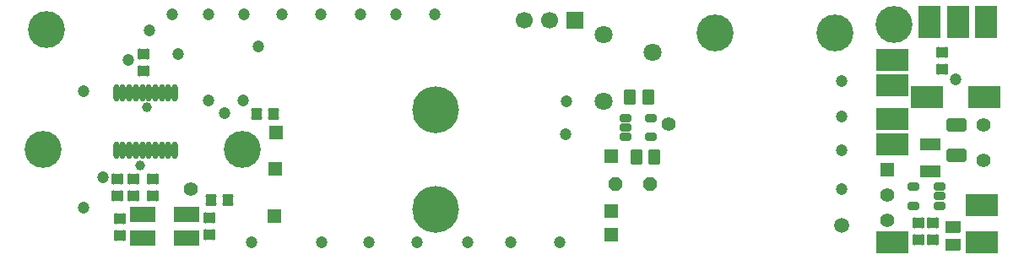
<source format=gbs>
G04 Layer_Color=16711935*
%FSLAX42Y42*%
%MOMM*%
G71*
G01*
G75*
G04:AMPARAMS|DCode=40|XSize=1.2mm|YSize=1.1mm|CornerRadius=0.21mm|HoleSize=0mm|Usage=FLASHONLY|Rotation=90.000|XOffset=0mm|YOffset=0mm|HoleType=Round|Shape=RoundedRectangle|*
%AMROUNDEDRECTD40*
21,1,1.20,0.68,0,0,90.0*
21,1,0.78,1.10,0,0,90.0*
1,1,0.43,0.34,0.39*
1,1,0.43,0.34,-0.39*
1,1,0.43,-0.34,-0.39*
1,1,0.43,-0.34,0.39*
%
%ADD40ROUNDEDRECTD40*%
%ADD41R,3.20X2.20*%
%ADD44R,1.40X1.40*%
%ADD45C,4.70*%
%ADD46C,3.70*%
%ADD47P,1.52X8X22.5*%
%ADD48C,1.80*%
%ADD49C,1.70*%
%ADD50R,1.70X1.70*%
%ADD51C,1.40*%
%ADD52C,1.73*%
%ADD53C,1.20*%
%ADD54C,1.50*%
%ADD55C,1.00*%
G04:AMPARAMS|DCode=56|XSize=1.2mm|YSize=1.1mm|CornerRadius=0.21mm|HoleSize=0mm|Usage=FLASHONLY|Rotation=0.000|XOffset=0mm|YOffset=0mm|HoleType=Round|Shape=RoundedRectangle|*
%AMROUNDEDRECTD56*
21,1,1.20,0.68,0,0,0.0*
21,1,0.78,1.10,0,0,0.0*
1,1,0.43,0.39,-0.34*
1,1,0.43,-0.39,-0.34*
1,1,0.43,-0.39,0.34*
1,1,0.43,0.39,0.34*
%
%ADD56ROUNDEDRECTD56*%
%ADD57R,2.60X1.50*%
G04:AMPARAMS|DCode=58|XSize=1.6mm|YSize=1.2mm|CornerRadius=0.23mm|HoleSize=0mm|Usage=FLASHONLY|Rotation=90.000|XOffset=0mm|YOffset=0mm|HoleType=Round|Shape=RoundedRectangle|*
%AMROUNDEDRECTD58*
21,1,1.60,0.75,0,0,90.0*
21,1,1.15,1.20,0,0,90.0*
1,1,0.45,0.38,0.57*
1,1,0.45,0.38,-0.57*
1,1,0.45,-0.38,-0.57*
1,1,0.45,-0.38,0.57*
%
%ADD58ROUNDEDRECTD58*%
%ADD59O,0.65X1.75*%
G04:AMPARAMS|DCode=60|XSize=0.8mm|YSize=1.2mm|CornerRadius=0.18mm|HoleSize=0mm|Usage=FLASHONLY|Rotation=90.000|XOffset=0mm|YOffset=0mm|HoleType=Round|Shape=RoundedRectangle|*
%AMROUNDEDRECTD60*
21,1,0.80,0.85,0,0,90.0*
21,1,0.45,1.20,0,0,90.0*
1,1,0.35,0.42,0.23*
1,1,0.35,0.42,-0.23*
1,1,0.35,-0.42,-0.23*
1,1,0.35,-0.42,0.23*
%
%ADD60ROUNDEDRECTD60*%
%ADD61R,2.20X3.20*%
G04:AMPARAMS|DCode=62|XSize=2mm|YSize=1.35mm|CornerRadius=0.25mm|HoleSize=0mm|Usage=FLASHONLY|Rotation=0.000|XOffset=0mm|YOffset=0mm|HoleType=Round|Shape=RoundedRectangle|*
%AMROUNDEDRECTD62*
21,1,2.00,0.86,0,0,0.0*
21,1,1.51,1.35,0,0,0.0*
1,1,0.49,0.76,-0.43*
1,1,0.49,-0.76,-0.43*
1,1,0.49,-0.76,0.43*
1,1,0.49,0.76,0.43*
%
%ADD62ROUNDEDRECTD62*%
%ADD63R,2.00X1.30*%
G04:AMPARAMS|DCode=64|XSize=1.6mm|YSize=1.2mm|CornerRadius=0.23mm|HoleSize=0mm|Usage=FLASHONLY|Rotation=180.000|XOffset=0mm|YOffset=0mm|HoleType=Round|Shape=RoundedRectangle|*
%AMROUNDEDRECTD64*
21,1,1.60,0.75,0,0,180.0*
21,1,1.15,1.20,0,0,180.0*
1,1,0.45,-0.57,0.38*
1,1,0.45,0.57,0.38*
1,1,0.45,0.57,-0.38*
1,1,0.45,-0.57,-0.38*
%
%ADD64ROUNDEDRECTD64*%
D40*
X2405Y1450D02*
D03*
X2575D02*
D03*
X1945Y590D02*
D03*
X2115D02*
D03*
D41*
X8780Y1740D02*
D03*
X9130Y1620D02*
D03*
X9700D02*
D03*
X8780Y2000D02*
D03*
X8780Y170D02*
D03*
X9680D02*
D03*
X8780Y1150D02*
D03*
Y1400D02*
D03*
X9680Y540D02*
D03*
D44*
X5960Y1030D02*
D03*
X2580Y430D02*
D03*
X5960Y480D02*
D03*
X2590Y900D02*
D03*
X5960Y240D02*
D03*
X2600Y1268D02*
D03*
X8730Y898D02*
D03*
D45*
X4200Y1500D02*
D03*
Y500D02*
D03*
D46*
X300Y2300D02*
D03*
X8200Y2270D02*
D03*
X7000D02*
D03*
X8800Y2350D02*
D03*
X2260Y1100D02*
D03*
X260D02*
D03*
D47*
X6350Y750D02*
D03*
X6000D02*
D03*
D48*
X5885Y1580D02*
D03*
Y2250D02*
D03*
X6375Y2070D02*
D03*
D49*
X5092Y2390D02*
D03*
X5346D02*
D03*
D50*
X5600D02*
D03*
D51*
X8730Y390D02*
D03*
Y644D02*
D03*
X9690Y990D02*
D03*
Y1340D02*
D03*
X6540Y1350D02*
D03*
X1740Y700D02*
D03*
D52*
X9667Y527D02*
D03*
X9440Y2380D02*
D03*
X8780Y1400D02*
D03*
Y1150D02*
D03*
X9680Y170D02*
D03*
D53*
X2350D02*
D03*
X2420Y2130D02*
D03*
X2085Y1465D02*
D03*
X1120Y2000D02*
D03*
X1615Y2055D02*
D03*
X1560Y2450D02*
D03*
X1920D02*
D03*
X2280D02*
D03*
X2660D02*
D03*
X3050D02*
D03*
X4190D02*
D03*
X3800D02*
D03*
X3443Y2453D02*
D03*
X3060Y170D02*
D03*
X3530D02*
D03*
X4010D02*
D03*
X4520D02*
D03*
X4950D02*
D03*
X5440D02*
D03*
X8274Y697D02*
D03*
Y1087D02*
D03*
Y1427D02*
D03*
Y1787D02*
D03*
X1330Y2290D02*
D03*
X860Y820D02*
D03*
X5510Y1580D02*
D03*
X5500Y1250D02*
D03*
X1920Y1590D02*
D03*
X2270D02*
D03*
X667Y513D02*
D03*
Y1683D02*
D03*
X9413Y1800D02*
D03*
D54*
X8274Y337D02*
D03*
D55*
X1300Y1520D02*
D03*
X1240Y940D02*
D03*
X1360Y635D02*
D03*
D56*
X1270Y2055D02*
D03*
Y1885D02*
D03*
X1170Y805D02*
D03*
Y635D02*
D03*
X1010Y805D02*
D03*
Y635D02*
D03*
X1360Y805D02*
D03*
Y635D02*
D03*
X1930Y245D02*
D03*
Y415D02*
D03*
X1030Y405D02*
D03*
Y235D02*
D03*
X9280Y1900D02*
D03*
Y2070D02*
D03*
X9040Y195D02*
D03*
Y365D02*
D03*
X9190Y365D02*
D03*
Y195D02*
D03*
D57*
X1260Y210D02*
D03*
X1700D02*
D03*
Y450D02*
D03*
X1260D02*
D03*
D58*
X6150Y1620D02*
D03*
X6330D02*
D03*
X6390Y1020D02*
D03*
X6210D02*
D03*
D59*
X1062Y1670D02*
D03*
X998D02*
D03*
X1193D02*
D03*
X1127D02*
D03*
X1258D02*
D03*
X1322D02*
D03*
X998Y1090D02*
D03*
X1127D02*
D03*
X1062D02*
D03*
X1258D02*
D03*
X1193D02*
D03*
X1322D02*
D03*
X1387Y1670D02*
D03*
X1453D02*
D03*
X1518D02*
D03*
X1582D02*
D03*
X1453Y1090D02*
D03*
X1387D02*
D03*
X1582D02*
D03*
X1518D02*
D03*
D60*
X6360Y1225D02*
D03*
Y1415D02*
D03*
X6100Y1225D02*
D03*
Y1320D02*
D03*
Y1415D02*
D03*
X8990Y535D02*
D03*
X9250Y725D02*
D03*
Y630D02*
D03*
Y535D02*
D03*
X8990Y725D02*
D03*
D61*
X9150Y2380D02*
D03*
X9440D02*
D03*
X9720D02*
D03*
D62*
X9420Y1340D02*
D03*
Y1040D02*
D03*
D63*
X9160Y1150D02*
D03*
Y880D02*
D03*
D64*
X9390Y140D02*
D03*
Y320D02*
D03*
M02*

</source>
